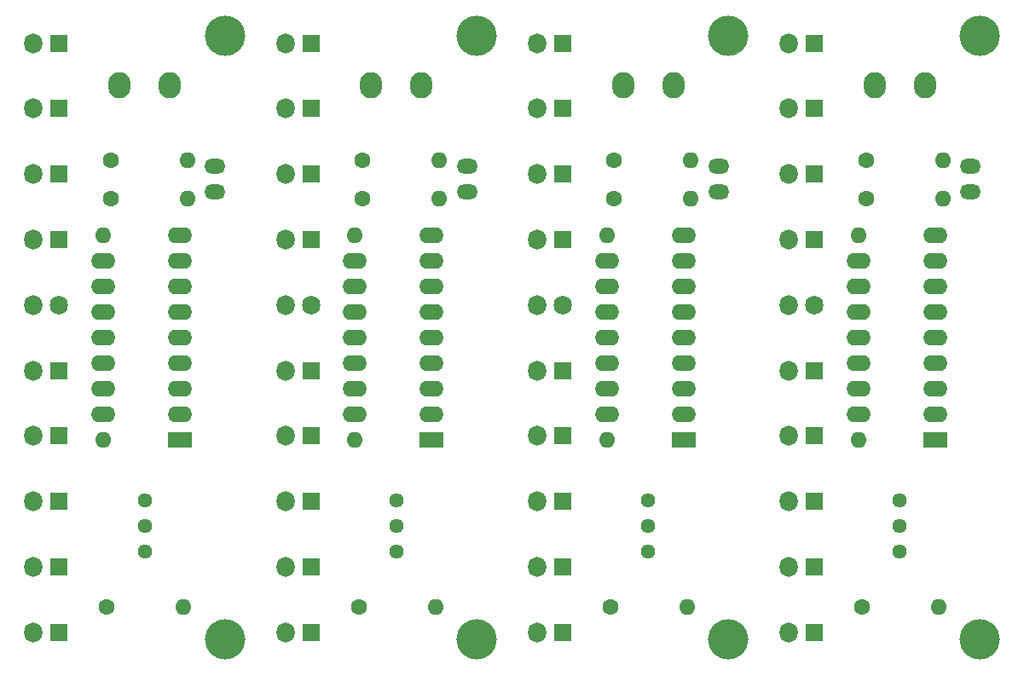
<source format=gbr>
%TF.GenerationSoftware,KiCad,Pcbnew,7.0.6*%
%TF.CreationDate,2023-12-18T10:17:45+05:30*%
%TF.ProjectId,new12vch,6e657731-3276-4636-982e-6b696361645f,rev?*%
%TF.SameCoordinates,Original*%
%TF.FileFunction,Soldermask,Bot*%
%TF.FilePolarity,Negative*%
%FSLAX46Y46*%
G04 Gerber Fmt 4.6, Leading zero omitted, Abs format (unit mm)*
G04 Created by KiCad (PCBNEW 7.0.6) date 2023-12-18 10:17:45*
%MOMM*%
%LPD*%
G01*
G04 APERTURE LIST*
%ADD10R,1.800000X1.800000*%
%ADD11O,1.800000X2.000000*%
%ADD12C,1.600000*%
%ADD13O,1.600000X1.600000*%
%ADD14O,1.800000X1.900000*%
%ADD15O,2.100000X1.500000*%
%ADD16C,4.000000*%
%ADD17C,1.440000*%
%ADD18R,2.400000X1.600000*%
%ADD19O,2.400000X1.600000*%
%ADD20O,2.200000X2.600000*%
G04 APERTURE END LIST*
D10*
%TO.C,D8*%
X154850000Y-112700000D03*
D11*
X152310000Y-112700000D03*
%TD*%
D12*
%TO.C,R8*%
X159980000Y-85300000D03*
D13*
X167600000Y-85300000D03*
%TD*%
D10*
%TO.C,D2*%
X154850000Y-132200000D03*
D11*
X152310000Y-132200000D03*
%TD*%
D10*
%TO.C,D12*%
X154850000Y-106200000D03*
D11*
X152310000Y-106200000D03*
%TD*%
D12*
%TO.C,R7*%
X159980000Y-89100000D03*
D13*
X167600000Y-89100000D03*
%TD*%
D10*
%TO.C,D18*%
X154850000Y-86700000D03*
D11*
X152310000Y-86700000D03*
%TD*%
D10*
%TO.C,D23*%
X154850000Y-73700000D03*
D11*
X152310000Y-73700000D03*
%TD*%
D14*
%TO.C,D14*%
X154850000Y-99700000D03*
D11*
X152310000Y-99700000D03*
%TD*%
D15*
%TO.C,SW3*%
X170350000Y-88500000D03*
X170350000Y-85960000D03*
%TD*%
D16*
%TO.C,REF\u002A\u002A*%
X171300000Y-132950000D03*
%TD*%
%TO.C,REF\u002A\u002A*%
X171300000Y-73000000D03*
%TD*%
D10*
%TO.C,D4*%
X154850000Y-125700000D03*
D11*
X152310000Y-125700000D03*
%TD*%
D10*
%TO.C,D6*%
X154850000Y-119200000D03*
D11*
X152310000Y-119200000D03*
%TD*%
D10*
%TO.C,D16*%
X154850000Y-93200000D03*
D11*
X152310000Y-93200000D03*
%TD*%
D17*
%TO.C,RV2*%
X163350000Y-119150000D03*
X163350000Y-121690000D03*
X163350000Y-124230000D03*
%TD*%
D18*
%TO.C,U1*%
X166850000Y-113100000D03*
D19*
X166850000Y-110560000D03*
X166850000Y-108020000D03*
X166850000Y-105480000D03*
X166850000Y-102940000D03*
X166850000Y-100400000D03*
X166850000Y-97860000D03*
X166850000Y-95320000D03*
X166850000Y-92780000D03*
D13*
X159230000Y-92780000D03*
D19*
X159230000Y-95320000D03*
X159230000Y-97860000D03*
X159230000Y-100400000D03*
X159230000Y-102940000D03*
X159230000Y-105480000D03*
X159230000Y-108020000D03*
X159230000Y-110560000D03*
D13*
X159230000Y-113100000D03*
%TD*%
D10*
%TO.C,D21*%
X154850000Y-80200000D03*
D11*
X152310000Y-80200000D03*
%TD*%
D12*
%TO.C,R1*%
X159600000Y-129650000D03*
D13*
X167220000Y-129650000D03*
%TD*%
D20*
%TO.C,J5*%
X160850000Y-77900000D03*
X165850000Y-77900000D03*
%TD*%
D10*
%TO.C,D6*%
X179850000Y-119200000D03*
D11*
X177310000Y-119200000D03*
%TD*%
D10*
%TO.C,D2*%
X179850000Y-132200000D03*
D11*
X177310000Y-132200000D03*
%TD*%
D10*
%TO.C,D4*%
X179850000Y-125700000D03*
D11*
X177310000Y-125700000D03*
%TD*%
D10*
%TO.C,D8*%
X179850000Y-112700000D03*
D11*
X177310000Y-112700000D03*
%TD*%
D10*
%TO.C,D23*%
X179850000Y-73700000D03*
D11*
X177310000Y-73700000D03*
%TD*%
D14*
%TO.C,D14*%
X179850000Y-99700000D03*
D11*
X177310000Y-99700000D03*
%TD*%
D10*
%TO.C,D12*%
X179850000Y-106200000D03*
D11*
X177310000Y-106200000D03*
%TD*%
D10*
%TO.C,D18*%
X179850000Y-86700000D03*
D11*
X177310000Y-86700000D03*
%TD*%
D15*
%TO.C,SW3*%
X195350000Y-88500000D03*
X195350000Y-85960000D03*
%TD*%
D16*
%TO.C,REF\u002A\u002A*%
X196300000Y-132950000D03*
%TD*%
%TO.C,REF\u002A\u002A*%
X196300000Y-73000000D03*
%TD*%
D12*
%TO.C,R8*%
X184980000Y-85300000D03*
D13*
X192600000Y-85300000D03*
%TD*%
D12*
%TO.C,R7*%
X184980000Y-89100000D03*
D13*
X192600000Y-89100000D03*
%TD*%
D10*
%TO.C,D16*%
X179850000Y-93200000D03*
D11*
X177310000Y-93200000D03*
%TD*%
D18*
%TO.C,U1*%
X191850000Y-113100000D03*
D19*
X191850000Y-110560000D03*
X191850000Y-108020000D03*
X191850000Y-105480000D03*
X191850000Y-102940000D03*
X191850000Y-100400000D03*
X191850000Y-97860000D03*
X191850000Y-95320000D03*
X191850000Y-92780000D03*
D13*
X184230000Y-92780000D03*
D19*
X184230000Y-95320000D03*
X184230000Y-97860000D03*
X184230000Y-100400000D03*
X184230000Y-102940000D03*
X184230000Y-105480000D03*
X184230000Y-108020000D03*
X184230000Y-110560000D03*
D13*
X184230000Y-113100000D03*
%TD*%
D10*
%TO.C,D21*%
X179850000Y-80200000D03*
D11*
X177310000Y-80200000D03*
%TD*%
D17*
%TO.C,RV2*%
X188350000Y-119150000D03*
X188350000Y-121690000D03*
X188350000Y-124230000D03*
%TD*%
D12*
%TO.C,R1*%
X184600000Y-129650000D03*
D13*
X192220000Y-129650000D03*
%TD*%
D20*
%TO.C,J5*%
X185850000Y-77900000D03*
X190850000Y-77900000D03*
%TD*%
D10*
%TO.C,D6*%
X104850000Y-119200000D03*
D11*
X102310000Y-119200000D03*
%TD*%
D10*
%TO.C,D2*%
X104850000Y-132200000D03*
D11*
X102310000Y-132200000D03*
%TD*%
D10*
%TO.C,D4*%
X104850000Y-125700000D03*
D11*
X102310000Y-125700000D03*
%TD*%
D10*
%TO.C,D8*%
X104850000Y-112700000D03*
D11*
X102310000Y-112700000D03*
%TD*%
D10*
%TO.C,D23*%
X104850000Y-73700000D03*
D11*
X102310000Y-73700000D03*
%TD*%
D14*
%TO.C,D14*%
X104850000Y-99700000D03*
D11*
X102310000Y-99700000D03*
%TD*%
D10*
%TO.C,D12*%
X104850000Y-106200000D03*
D11*
X102310000Y-106200000D03*
%TD*%
D10*
%TO.C,D18*%
X104850000Y-86700000D03*
D11*
X102310000Y-86700000D03*
%TD*%
D15*
%TO.C,SW3*%
X120350000Y-88500000D03*
X120350000Y-85960000D03*
%TD*%
D16*
%TO.C,REF\u002A\u002A*%
X121300000Y-132950000D03*
%TD*%
%TO.C,REF\u002A\u002A*%
X121300000Y-73000000D03*
%TD*%
D12*
%TO.C,R8*%
X109980000Y-85300000D03*
D13*
X117600000Y-85300000D03*
%TD*%
D12*
%TO.C,R7*%
X109980000Y-89100000D03*
D13*
X117600000Y-89100000D03*
%TD*%
D10*
%TO.C,D16*%
X104850000Y-93200000D03*
D11*
X102310000Y-93200000D03*
%TD*%
D18*
%TO.C,U1*%
X116850000Y-113100000D03*
D19*
X116850000Y-110560000D03*
X116850000Y-108020000D03*
X116850000Y-105480000D03*
X116850000Y-102940000D03*
X116850000Y-100400000D03*
X116850000Y-97860000D03*
X116850000Y-95320000D03*
X116850000Y-92780000D03*
D13*
X109230000Y-92780000D03*
D19*
X109230000Y-95320000D03*
X109230000Y-97860000D03*
X109230000Y-100400000D03*
X109230000Y-102940000D03*
X109230000Y-105480000D03*
X109230000Y-108020000D03*
X109230000Y-110560000D03*
D13*
X109230000Y-113100000D03*
%TD*%
D10*
%TO.C,D21*%
X104850000Y-80200000D03*
D11*
X102310000Y-80200000D03*
%TD*%
D17*
%TO.C,RV2*%
X113350000Y-119150000D03*
X113350000Y-121690000D03*
X113350000Y-124230000D03*
%TD*%
D12*
%TO.C,R1*%
X109600000Y-129650000D03*
D13*
X117220000Y-129650000D03*
%TD*%
D20*
%TO.C,J5*%
X110850000Y-77900000D03*
X115850000Y-77900000D03*
%TD*%
D10*
%TO.C,D2*%
X129850000Y-132200000D03*
D11*
X127310000Y-132200000D03*
%TD*%
D10*
%TO.C,D4*%
X129850000Y-125700000D03*
D11*
X127310000Y-125700000D03*
%TD*%
D10*
%TO.C,D6*%
X129850000Y-119200000D03*
D11*
X127310000Y-119200000D03*
%TD*%
D10*
%TO.C,D8*%
X129850000Y-112700000D03*
D11*
X127310000Y-112700000D03*
%TD*%
D10*
%TO.C,D12*%
X129850000Y-106200000D03*
D11*
X127310000Y-106200000D03*
%TD*%
D14*
%TO.C,D14*%
X129850000Y-99700000D03*
D11*
X127310000Y-99700000D03*
%TD*%
D10*
%TO.C,D16*%
X129850000Y-93200000D03*
D11*
X127310000Y-93200000D03*
%TD*%
D10*
%TO.C,D18*%
X129850000Y-86700000D03*
D11*
X127310000Y-86700000D03*
%TD*%
D10*
%TO.C,D21*%
X129850000Y-80200000D03*
D11*
X127310000Y-80200000D03*
%TD*%
D10*
%TO.C,D23*%
X129850000Y-73700000D03*
D11*
X127310000Y-73700000D03*
%TD*%
D20*
%TO.C,J5*%
X135850000Y-77900000D03*
X140850000Y-77900000D03*
%TD*%
D12*
%TO.C,R1*%
X134600000Y-129650000D03*
D13*
X142220000Y-129650000D03*
%TD*%
D12*
%TO.C,R7*%
X134980000Y-89100000D03*
D13*
X142600000Y-89100000D03*
%TD*%
D12*
%TO.C,R8*%
X134980000Y-85300000D03*
D13*
X142600000Y-85300000D03*
%TD*%
D17*
%TO.C,RV2*%
X138350000Y-119150000D03*
X138350000Y-121690000D03*
X138350000Y-124230000D03*
%TD*%
D18*
%TO.C,U1*%
X141850000Y-113100000D03*
D19*
X141850000Y-110560000D03*
X141850000Y-108020000D03*
X141850000Y-105480000D03*
X141850000Y-102940000D03*
X141850000Y-100400000D03*
X141850000Y-97860000D03*
X141850000Y-95320000D03*
X141850000Y-92780000D03*
D13*
X134230000Y-92780000D03*
D19*
X134230000Y-95320000D03*
X134230000Y-97860000D03*
X134230000Y-100400000D03*
X134230000Y-102940000D03*
X134230000Y-105480000D03*
X134230000Y-108020000D03*
X134230000Y-110560000D03*
D13*
X134230000Y-113100000D03*
%TD*%
D15*
%TO.C,SW3*%
X145350000Y-88500000D03*
X145350000Y-85960000D03*
%TD*%
D16*
%TO.C,REF\u002A\u002A*%
X146300000Y-73000000D03*
%TD*%
%TO.C,REF\u002A\u002A*%
X146300000Y-132950000D03*
%TD*%
M02*

</source>
